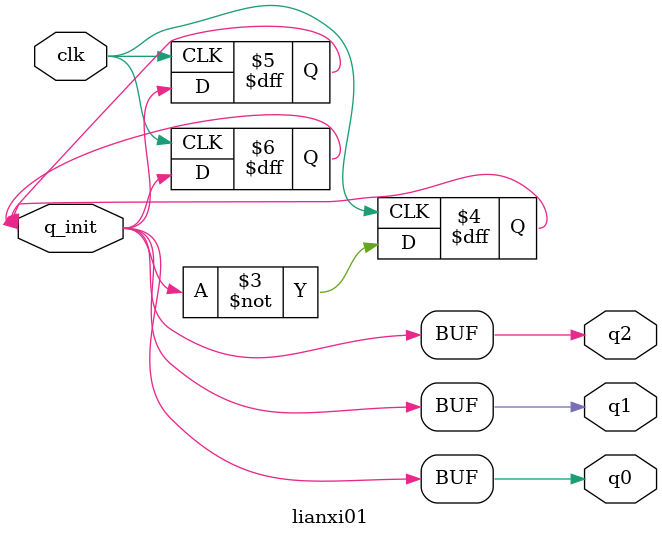
<source format=v>
module lianxi01(clk,q_init,q0,q1,q2);
input clk;
input q_init;
output q0,q1,q2;
reg q0,q1,q2;
always@(*)begin
	q0 = q_init;
	q1 = q_init;
	q2 = q_init;
end
always@(posedge clk)begin
	q0 <= ~q2;
	q1 <= q0 ;
	q2 <= q1 ;
end
endmodule

</source>
